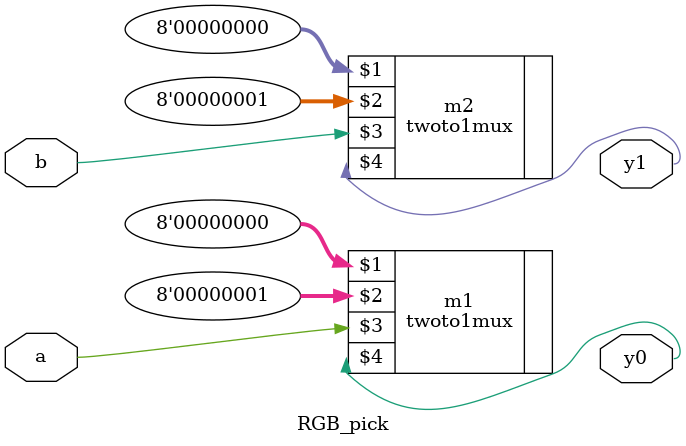
<source format=sv>
module RGB_pick(input logic a,b, output logic y0, y1);
	twoto1mux m1 (8'b0, 8'b1, a, y0);
	twoto1mux m2 (8'b0, 8'b1, b, y1);
endmodule

</source>
